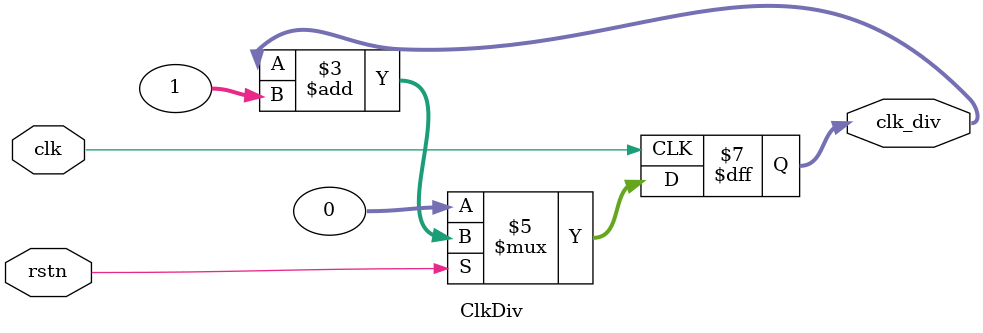
<source format=v>
module ClkDiv(
    input clk,
    input rstn,
    output reg [31:0] clk_div
);

    always@(posedge clk)begin
        if(~rstn)clk_div<=32'b0;
        else clk_div<=clk_div+32'b1;
    end

endmodule
</source>
